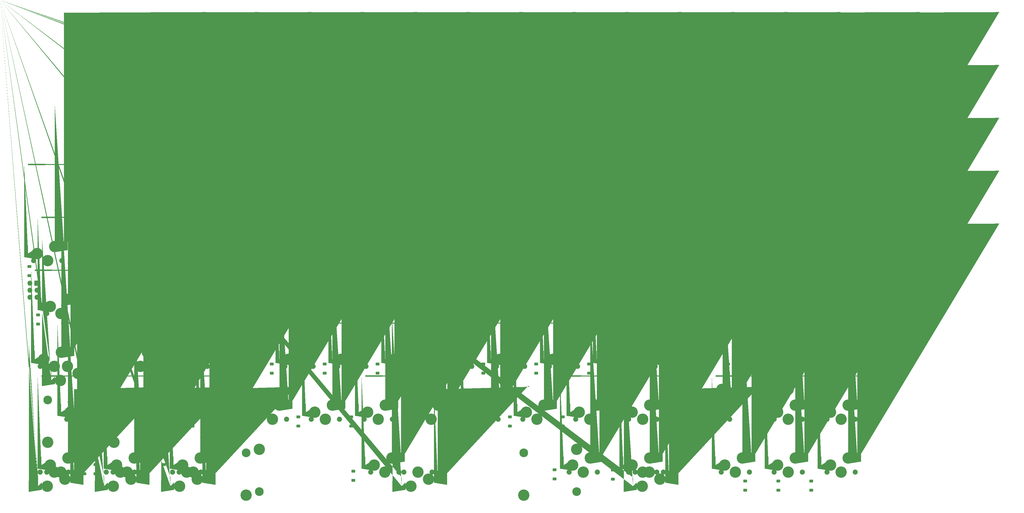
<source format=gbs>
G04 #@! TF.GenerationSoftware,KiCad,Pcbnew,(6.0.1)*
G04 #@! TF.CreationDate,2022-02-17T22:32:39-08:00*
G04 #@! TF.ProjectId,bakeneko-65-pcb,62616b65-6e65-46b6-9f2d-36352d706362,rev?*
G04 #@! TF.SameCoordinates,Original*
G04 #@! TF.FileFunction,Soldermask,Bot*
G04 #@! TF.FilePolarity,Negative*
%FSLAX46Y46*%
G04 Gerber Fmt 4.6, Leading zero omitted, Abs format (unit mm)*
G04 Created by KiCad (PCBNEW (6.0.1)) date 2022-02-17 22:32:39*
%MOMM*%
%LPD*%
G01*
G04 APERTURE LIST*
G04 Aperture macros list*
%AMRoundRect*
0 Rectangle with rounded corners*
0 $1 Rounding radius*
0 $2 $3 $4 $5 $6 $7 $8 $9 X,Y pos of 4 corners*
0 Add a 4 corners polygon primitive as box body*
4,1,4,$2,$3,$4,$5,$6,$7,$8,$9,$2,$3,0*
0 Add four circle primitives for the rounded corners*
1,1,$1+$1,$2,$3*
1,1,$1+$1,$4,$5*
1,1,$1+$1,$6,$7*
1,1,$1+$1,$8,$9*
0 Add four rect primitives between the rounded corners*
20,1,$1+$1,$2,$3,$4,$5,0*
20,1,$1+$1,$4,$5,$6,$7,0*
20,1,$1+$1,$6,$7,$8,$9,0*
20,1,$1+$1,$8,$9,$2,$3,0*%
%AMFreePoly0*
4,1,59,3.278779,2.028406,3.282808,2.027442,3.282605,2.026594,3.294134,2.026594,3.304789,2.022180,3.316000,2.019497,3.325327,2.012730,3.325660,2.013535,3.329487,2.011950,3.337641,2.003796,3.346976,1.997024,3.349143,1.993493,3.348401,1.993038,3.356548,1.984891,3.360961,1.974239,3.366993,1.964410,3.368805,1.953025,3.369610,1.953359,3.371195,1.949532,3.375000,1.930400,
3.375000,-1.930400,3.371195,-1.949532,3.369610,-1.953359,3.368805,-1.953025,3.366993,-1.964410,3.360961,-1.974239,3.356548,-1.984891,3.348401,-1.993038,3.349143,-1.993493,3.346976,-1.997024,3.337641,-2.003796,3.329487,-2.011950,3.325660,-2.013535,3.325327,-2.012730,3.316000,-2.019497,3.304789,-2.022180,3.294134,-2.026594,3.282605,-2.026594,3.282808,-2.027442,3.278779,-2.028406,
3.259288,-2.029158,-1.211112,-1.317958,-1.229410,-1.311193,-1.239239,-1.305161,-1.249891,-1.300748,-1.250639,-1.300000,-1.275000,-1.300000,-1.310355,-1.285355,-1.325000,-1.250000,-1.325000,1.250000,-1.310355,1.285355,-1.275000,1.300000,-1.250639,1.300000,-1.249891,1.300748,-1.239239,1.305161,-1.229410,1.311193,-1.211112,1.317958,3.259288,2.029158,3.278779,2.028406,3.278779,2.028406,
$1*%
%AMFreePoly1*
4,1,59,1.234912,1.317958,1.253212,1.311192,1.263038,1.305161,1.273689,1.300749,1.274438,1.300000,1.275000,1.300000,1.310355,1.285355,1.325000,1.250000,1.325000,-1.250000,1.310355,-1.285355,1.275000,-1.300000,1.274438,-1.300000,1.273689,-1.300749,1.263038,-1.305161,1.253212,-1.311192,1.234912,-1.317958,-3.235488,-2.029158,-3.254979,-2.028406,-3.259008,-2.027442,-3.258805,-2.026594,
-3.270334,-2.026594,-3.280989,-2.022180,-3.292200,-2.019497,-3.301527,-2.012730,-3.301860,-2.013535,-3.305687,-2.011950,-3.313841,-2.003796,-3.323176,-1.997024,-3.325343,-1.993493,-3.324601,-1.993038,-3.332748,-1.984891,-3.337161,-1.974239,-3.343193,-1.964410,-3.345005,-1.953025,-3.345810,-1.953359,-3.347395,-1.949532,-3.351200,-1.930400,-3.351200,1.930400,-3.347395,1.949532,-3.345810,1.953359,
-3.345005,1.953025,-3.343193,1.964410,-3.337161,1.974239,-3.332748,1.984891,-3.324601,1.993038,-3.325343,1.993493,-3.323176,1.997024,-3.313841,2.003796,-3.305687,2.011950,-3.301860,2.013535,-3.301527,2.012730,-3.292200,2.019497,-3.280989,2.022180,-3.270334,2.026594,-3.258805,2.026594,-3.259008,2.027442,-3.254979,2.028406,-3.235488,2.029158,1.234912,1.317958,1.234912,1.317958,
$1*%
G04 Aperture macros list end*
%ADD10RoundRect,0.300000X-0.375000X-0.625000X0.375000X-0.625000X0.375000X0.625000X-0.375000X0.625000X0*%
%ADD11RoundRect,0.200000X-0.625000X0.150000X-0.625000X-0.150000X0.625000X-0.150000X0.625000X0.150000X0*%
%ADD12RoundRect,0.300000X-0.650000X0.350000X-0.650000X-0.350000X0.650000X-0.350000X0.650000X0.350000X0*%
%ADD13O,1.800000X1.800000*%
%ADD14RoundRect,0.050000X0.850000X0.850000X-0.850000X0.850000X-0.850000X-0.850000X0.850000X-0.850000X0*%
%ADD15RoundRect,0.293750X-0.243750X-0.456250X0.243750X-0.456250X0.243750X0.456250X-0.243750X0.456250X0*%
%ADD16RoundRect,0.050000X-0.850000X-0.500000X0.850000X-0.500000X0.850000X0.500000X-0.850000X0.500000X0*%
%ADD17RoundRect,0.293750X0.243750X0.456250X-0.243750X0.456250X-0.243750X-0.456250X0.243750X-0.456250X0*%
%ADD18RoundRect,0.293750X0.456250X-0.243750X0.456250X0.243750X-0.456250X0.243750X-0.456250X-0.243750X0*%
%ADD19RoundRect,0.112500X-0.062500X0.475000X-0.062500X-0.475000X0.062500X-0.475000X0.062500X0.475000X0*%
%ADD20RoundRect,0.112500X-0.475000X0.062500X-0.475000X-0.062500X0.475000X-0.062500X0.475000X0.062500X0*%
%ADD21RoundRect,0.050000X-2.600000X2.600000X-2.600000X-2.600000X2.600000X-2.600000X2.600000X2.600000X0*%
%ADD22RoundRect,0.050000X0.700000X0.600000X-0.700000X0.600000X-0.700000X-0.600000X0.700000X-0.600000X0*%
%ADD23RoundRect,0.293750X-0.456250X0.243750X-0.456250X-0.243750X0.456250X-0.243750X0.456250X0.243750X0*%
%ADD24RoundRect,0.050000X0.600000X-0.450000X0.600000X0.450000X-0.600000X0.450000X-0.600000X-0.450000X0*%
%ADD25C,1.850000*%
%ADD26C,4.087800*%
%ADD27C,4.100000*%
%ADD28FreePoly0,0.000000*%
%ADD29FreePoly1,0.000000*%
%ADD30FreePoly0,180.000000*%
%ADD31FreePoly1,180.000000*%
%ADD32C,3.148000*%
%ADD33RoundRect,0.050000X0.325000X-0.530000X0.325000X0.530000X-0.325000X0.530000X-0.325000X-0.530000X0*%
G04 APERTURE END LIST*
D10*
X23310000Y-17120000D03*
X26110000Y-17120000D03*
D11*
X64050000Y-16003750D03*
X64050000Y-17003750D03*
X64050000Y-18003750D03*
X64050000Y-19003750D03*
D12*
X67925000Y-20303750D03*
X67925000Y-14703750D03*
D13*
X2535000Y-22155000D03*
X5075000Y-22155000D03*
X2535000Y-19615000D03*
X5075000Y-19615000D03*
X2535000Y-17075000D03*
D14*
X5075000Y-17075000D03*
D15*
X31402500Y-18753750D03*
X33277500Y-18753750D03*
X31402500Y-16253750D03*
X33277500Y-16253750D03*
D16*
X58393750Y-37385000D03*
X52093750Y-37385000D03*
X58393750Y-33585000D03*
X52093750Y-33585000D03*
D17*
X41897500Y-34870000D03*
X40022500Y-34870000D03*
X24061250Y-28750000D03*
X22186250Y-28750000D03*
D18*
X31700000Y-44937500D03*
X31700000Y-43062500D03*
D19*
X26053750Y-34421250D03*
X26553750Y-34421250D03*
X27053750Y-34421250D03*
X27553750Y-34421250D03*
X28053750Y-34421250D03*
X28553750Y-34421250D03*
X29053750Y-34421250D03*
X29553750Y-34421250D03*
X30053750Y-34421250D03*
X30553750Y-34421250D03*
X31053750Y-34421250D03*
D20*
X31891250Y-35258750D03*
X31891250Y-35758750D03*
X31891250Y-36258750D03*
X31891250Y-36758750D03*
X31891250Y-37258750D03*
X31891250Y-37758750D03*
X31891250Y-38258750D03*
X31891250Y-38758750D03*
X31891250Y-39258750D03*
X31891250Y-39758750D03*
X31891250Y-40258750D03*
D19*
X31053750Y-41096250D03*
X30553750Y-41096250D03*
X30053750Y-41096250D03*
X29553750Y-41096250D03*
X29053750Y-41096250D03*
X28553750Y-41096250D03*
X28053750Y-41096250D03*
X27553750Y-41096250D03*
X27053750Y-41096250D03*
X26553750Y-41096250D03*
X26053750Y-41096250D03*
D20*
X25216250Y-40258750D03*
X25216250Y-39758750D03*
X25216250Y-39258750D03*
X25216250Y-38758750D03*
X25216250Y-38258750D03*
X25216250Y-37758750D03*
X25216250Y-37258750D03*
X25216250Y-36758750D03*
X25216250Y-36258750D03*
X25216250Y-35758750D03*
X25216250Y-35258750D03*
D21*
X28553750Y-37758750D03*
D22*
X42060000Y-38520000D03*
X39860000Y-38520000D03*
X39860000Y-36820000D03*
X42060000Y-36820000D03*
D23*
X35150000Y-33312500D03*
X35150000Y-35187500D03*
X49710000Y-33582500D03*
X49710000Y-35457500D03*
D24*
X2381250Y-14350000D03*
X2381250Y-11050000D03*
X17462500Y-11450000D03*
X17462500Y-8150000D03*
X36512500Y-11443750D03*
X36512500Y-8143750D03*
X55562500Y-11443750D03*
X55562500Y-8143750D03*
X74612500Y-11443750D03*
X74612500Y-8143750D03*
X93662500Y-11443750D03*
X93662500Y-8143750D03*
X112712500Y-11443750D03*
X112712500Y-8143750D03*
X132031250Y-11443750D03*
X132031250Y-8143750D03*
X151081250Y-11443750D03*
X151081250Y-8143750D03*
X170131250Y-11443750D03*
X170131250Y-8143750D03*
X189181250Y-11443750D03*
X189181250Y-8143750D03*
X208231250Y-11443750D03*
X208231250Y-8143750D03*
X247125000Y-11443750D03*
X247125000Y-8143750D03*
X284797500Y-17525000D03*
X284797500Y-14225000D03*
X287972500Y-17048750D03*
X287972500Y-13748750D03*
X5556250Y-31812500D03*
X5556250Y-28512500D03*
X67750000Y-31900000D03*
X67750000Y-28600000D03*
X64562500Y-30493750D03*
X64562500Y-27193750D03*
X83612500Y-30493750D03*
X83612500Y-27193750D03*
X86750000Y-31650000D03*
X86750000Y-28350000D03*
X103981250Y-30493750D03*
X103981250Y-27193750D03*
X123031250Y-30493750D03*
X123031250Y-27193750D03*
X142081250Y-30493750D03*
X142081250Y-27193750D03*
X161131250Y-30493750D03*
X161131250Y-27193750D03*
X180181250Y-30493750D03*
X180181250Y-27193750D03*
X199231250Y-30493750D03*
X199231250Y-27193750D03*
X218281250Y-30493750D03*
X218281250Y-27193750D03*
X237331250Y-30493750D03*
X237331250Y-27193750D03*
X261143750Y-30493750D03*
X261143750Y-27193750D03*
X284956250Y-30493750D03*
X284956250Y-27193750D03*
X26193750Y-52450000D03*
X26193750Y-49150000D03*
X50275000Y-49543750D03*
X50275000Y-46243750D03*
X53450000Y-50900000D03*
X53450000Y-47600000D03*
X70643750Y-49543750D03*
X70643750Y-46243750D03*
X108743750Y-49543750D03*
X108743750Y-46243750D03*
X127793750Y-49543750D03*
X127793750Y-46243750D03*
X146843750Y-49543750D03*
X146843750Y-46243750D03*
X165893750Y-49543750D03*
X165893750Y-46243750D03*
X184943750Y-49543750D03*
X184943750Y-46243750D03*
X203993750Y-49543750D03*
X203993750Y-46243750D03*
X223043750Y-49543750D03*
X223043750Y-46243750D03*
X254000000Y-49543750D03*
X254000000Y-46243750D03*
X284956250Y-49543750D03*
X284956250Y-46243750D03*
X28843750Y-68593750D03*
X28843750Y-65293750D03*
X42068750Y-68593750D03*
X42068750Y-65293750D03*
X61118750Y-68593750D03*
X61118750Y-65293750D03*
X80168750Y-68593750D03*
X80168750Y-65293750D03*
X99218750Y-68593750D03*
X99218750Y-65293750D03*
X118268750Y-68593750D03*
X118268750Y-65293750D03*
X137318750Y-68593750D03*
X137318750Y-65293750D03*
X156368750Y-68593750D03*
X156368750Y-65293750D03*
X175418750Y-68593750D03*
X175418750Y-65293750D03*
X194468750Y-68593750D03*
X194468750Y-65293750D03*
X213518750Y-68593750D03*
X213518750Y-65293750D03*
X239712500Y-68593750D03*
X239712500Y-65293750D03*
X265906250Y-68593750D03*
X265906250Y-65293750D03*
X284956250Y-68593750D03*
X284956250Y-65293750D03*
X22225000Y-85787500D03*
X22225000Y-82487500D03*
X26193750Y-85787500D03*
X26193750Y-82487500D03*
X50800000Y-85787500D03*
X50800000Y-82487500D03*
X119062500Y-88168750D03*
X119062500Y-84868750D03*
X212566250Y-87692500D03*
X212566250Y-84392500D03*
X260191250Y-91661250D03*
X260191250Y-88361250D03*
X272097500Y-91661250D03*
X272097500Y-88361250D03*
X284003750Y-91661250D03*
X284003750Y-88361250D03*
D25*
X14080000Y-9000000D03*
X3920000Y-9000000D03*
D26*
X9000000Y-9000000D03*
D27*
X5190000Y-6460000D03*
D28*
X1915000Y-6460000D03*
D27*
X11540000Y-3920000D03*
D29*
X14841000Y-3920000D03*
D25*
X33130000Y-9000000D03*
D26*
X28050000Y-9000000D03*
D25*
X22970000Y-9000000D03*
D27*
X24240000Y-6460000D03*
D28*
X20965000Y-6460000D03*
D29*
X33891000Y-3920000D03*
D27*
X30590000Y-3920000D03*
D25*
X52180000Y-9000000D03*
D26*
X47100000Y-9000000D03*
D25*
X42020000Y-9000000D03*
D27*
X43290000Y-6460000D03*
D28*
X40015000Y-6460000D03*
D27*
X49640000Y-3920000D03*
D29*
X52941000Y-3920000D03*
D25*
X71230000Y-9000000D03*
X61070000Y-9000000D03*
D26*
X66150000Y-9000000D03*
D27*
X62340000Y-6460000D03*
D28*
X59065000Y-6460000D03*
D27*
X68690000Y-3920000D03*
D29*
X71991000Y-3920000D03*
D25*
X80120000Y-9000000D03*
D26*
X85200000Y-9000000D03*
D25*
X90280000Y-9000000D03*
D28*
X78115000Y-6460000D03*
D27*
X81390000Y-6460000D03*
D29*
X91041000Y-3920000D03*
D27*
X87740000Y-3920000D03*
D25*
X109330000Y-9000000D03*
D26*
X104250000Y-9000000D03*
D25*
X99170000Y-9000000D03*
D28*
X97165000Y-6460000D03*
D27*
X100440000Y-6460000D03*
X106790000Y-3920000D03*
D29*
X110091000Y-3920000D03*
D25*
X118220000Y-9000000D03*
X128380000Y-9000000D03*
D26*
X123300000Y-9000000D03*
D27*
X119490000Y-6460000D03*
D28*
X116215000Y-6460000D03*
D27*
X125840000Y-3920000D03*
D29*
X129141000Y-3920000D03*
D26*
X161400000Y-9000000D03*
D25*
X166480000Y-9000000D03*
X156320000Y-9000000D03*
D28*
X154315000Y-6460000D03*
D27*
X157590000Y-6460000D03*
D29*
X167241000Y-3920000D03*
D27*
X163940000Y-3920000D03*
D25*
X185530000Y-9000000D03*
D26*
X180450000Y-9000000D03*
D25*
X175370000Y-9000000D03*
D27*
X176640000Y-6460000D03*
D28*
X173365000Y-6460000D03*
D27*
X182990000Y-3920000D03*
D29*
X186291000Y-3920000D03*
D25*
X194420000Y-9000000D03*
D26*
X199500000Y-9000000D03*
D25*
X204580000Y-9000000D03*
D28*
X192415000Y-6460000D03*
D27*
X195690000Y-6460000D03*
X202040000Y-3920000D03*
D29*
X205341000Y-3920000D03*
D25*
X223630000Y-9000000D03*
D26*
X218550000Y-9000000D03*
D25*
X213470000Y-9000000D03*
D28*
X211465000Y-6460000D03*
D27*
X214740000Y-6460000D03*
D29*
X224391000Y-3920000D03*
D27*
X221090000Y-3920000D03*
D25*
X242680000Y-9000000D03*
X232520000Y-9000000D03*
D26*
X237600000Y-9000000D03*
D28*
X230515000Y-6460000D03*
D27*
X233790000Y-6460000D03*
X240140000Y-3920000D03*
D29*
X243441000Y-3920000D03*
D26*
X256650000Y-9000000D03*
D25*
X251570000Y-9000000D03*
X261730000Y-9000000D03*
D27*
X260460000Y-11540000D03*
D30*
X263735000Y-11540000D03*
D31*
X250809000Y-14080000D03*
D27*
X254110000Y-14080000D03*
D25*
X271255000Y-9000000D03*
D32*
X254237000Y-2015000D03*
D25*
X261095000Y-9000000D03*
D26*
X266175000Y-9000000D03*
X254237000Y-17255000D03*
X278113000Y-17255000D03*
D32*
X278113000Y-2015000D03*
D27*
X262365000Y-6460000D03*
D28*
X259090000Y-6460000D03*
D27*
X268715000Y-3920000D03*
D29*
X272016000Y-3920000D03*
D25*
X8682500Y-28050000D03*
D26*
X13762500Y-28050000D03*
D25*
X18842500Y-28050000D03*
D27*
X9952500Y-25510000D03*
D28*
X6677500Y-25510000D03*
D29*
X19603500Y-22970000D03*
D27*
X16302500Y-22970000D03*
D26*
X37575000Y-28050000D03*
D25*
X42655000Y-28050000D03*
X32495000Y-28050000D03*
D27*
X33765000Y-25510000D03*
D28*
X30490000Y-25510000D03*
D27*
X40115000Y-22970000D03*
D29*
X43416000Y-22970000D03*
D26*
X56625000Y-28050000D03*
D25*
X51545000Y-28050000D03*
X61705000Y-28050000D03*
D28*
X49540000Y-25510000D03*
D27*
X52815000Y-25510000D03*
D29*
X62466000Y-22970000D03*
D27*
X59165000Y-22970000D03*
D26*
X75675000Y-28050000D03*
D25*
X70595000Y-28050000D03*
X80755000Y-28050000D03*
D28*
X68590000Y-25510000D03*
D27*
X71865000Y-25510000D03*
X78215000Y-22970000D03*
D29*
X81516000Y-22970000D03*
D26*
X94725000Y-28050000D03*
D25*
X99805000Y-28050000D03*
X89645000Y-28050000D03*
D27*
X90915000Y-25510000D03*
D28*
X87640000Y-25510000D03*
D29*
X100566000Y-22970000D03*
D27*
X97265000Y-22970000D03*
D25*
X118855000Y-28050000D03*
D26*
X113775000Y-28050000D03*
D25*
X108695000Y-28050000D03*
D27*
X109965000Y-25510000D03*
D28*
X106690000Y-25510000D03*
D29*
X119616000Y-22970000D03*
D27*
X116315000Y-22970000D03*
D26*
X132825000Y-28050000D03*
D25*
X127745000Y-28050000D03*
X137905000Y-28050000D03*
D27*
X129015000Y-25510000D03*
D28*
X125740000Y-25510000D03*
D27*
X135365000Y-22970000D03*
D29*
X138666000Y-22970000D03*
D26*
X151875000Y-28050000D03*
D25*
X146795000Y-28050000D03*
X156955000Y-28050000D03*
D28*
X144790000Y-25510000D03*
D27*
X148065000Y-25510000D03*
X154415000Y-22970000D03*
D29*
X157716000Y-22970000D03*
D25*
X176005000Y-28050000D03*
X165845000Y-28050000D03*
D26*
X170925000Y-28050000D03*
D27*
X167115000Y-25510000D03*
D28*
X163840000Y-25510000D03*
D29*
X176766000Y-22970000D03*
D27*
X173465000Y-22970000D03*
D25*
X184895000Y-28050000D03*
D26*
X189975000Y-28050000D03*
D25*
X195055000Y-28050000D03*
D28*
X182890000Y-25510000D03*
D27*
X186165000Y-25510000D03*
X192515000Y-22970000D03*
D29*
X195816000Y-22970000D03*
D26*
X209025000Y-28050000D03*
D25*
X203945000Y-28050000D03*
X214105000Y-28050000D03*
D28*
X201940000Y-25510000D03*
D27*
X205215000Y-25510000D03*
D29*
X214866000Y-22970000D03*
D27*
X211565000Y-22970000D03*
D26*
X228075000Y-28050000D03*
D25*
X233155000Y-28050000D03*
X222995000Y-28050000D03*
D28*
X220990000Y-25510000D03*
D27*
X224265000Y-25510000D03*
D29*
X233916000Y-22970000D03*
D27*
X230615000Y-22970000D03*
D25*
X242045000Y-28050000D03*
X252205000Y-28050000D03*
D26*
X247125000Y-28050000D03*
D27*
X243315000Y-25510000D03*
D28*
X240040000Y-25510000D03*
D27*
X249665000Y-22970000D03*
D29*
X252966000Y-22970000D03*
D26*
X270937500Y-28050000D03*
D25*
X265857500Y-28050000D03*
X276017500Y-28050000D03*
D27*
X267127500Y-25510000D03*
D28*
X263852500Y-25510000D03*
D29*
X276778500Y-22970000D03*
D27*
X273477500Y-22970000D03*
D25*
X289670000Y-28050000D03*
D26*
X294750000Y-28050000D03*
D25*
X299830000Y-28050000D03*
D28*
X287665000Y-25510000D03*
D27*
X290940000Y-25510000D03*
D29*
X300591000Y-22970000D03*
D27*
X297290000Y-22970000D03*
D26*
X11381250Y-47100000D03*
D25*
X16461250Y-47100000D03*
X6301250Y-47100000D03*
D28*
X4296250Y-44560000D03*
D27*
X7571250Y-44560000D03*
D29*
X17222250Y-42020000D03*
D27*
X13921250Y-42020000D03*
D26*
X16143750Y-47100000D03*
D25*
X11063750Y-47100000D03*
X21223750Y-47100000D03*
D27*
X19953750Y-49640000D03*
D30*
X23228750Y-49640000D03*
D27*
X13603750Y-52180000D03*
D31*
X10302750Y-52180000D03*
D26*
X42337500Y-47100000D03*
D25*
X47417500Y-47100000D03*
X37257500Y-47100000D03*
D28*
X35252500Y-44560000D03*
D27*
X38527500Y-44560000D03*
D29*
X48178500Y-42020000D03*
D27*
X44877500Y-42020000D03*
D25*
X66467500Y-47100000D03*
D26*
X61387500Y-47100000D03*
D25*
X56307500Y-47100000D03*
D27*
X57577500Y-44560000D03*
D28*
X54302500Y-44560000D03*
D29*
X67228500Y-42020000D03*
D27*
X63927500Y-42020000D03*
D25*
X75357500Y-47100000D03*
D26*
X80437500Y-47100000D03*
D25*
X85517500Y-47100000D03*
D28*
X73352500Y-44560000D03*
D27*
X76627500Y-44560000D03*
X82977500Y-42020000D03*
D29*
X86278500Y-42020000D03*
D26*
X99487500Y-47100000D03*
D25*
X104567500Y-47100000D03*
X94407500Y-47100000D03*
D27*
X95677500Y-44560000D03*
D28*
X92402500Y-44560000D03*
D29*
X105328500Y-42020000D03*
D27*
X102027500Y-42020000D03*
D25*
X123617500Y-47100000D03*
D26*
X118537500Y-47100000D03*
D25*
X113457500Y-47100000D03*
D27*
X114727500Y-44560000D03*
D28*
X111452500Y-44560000D03*
D27*
X121077500Y-42020000D03*
D29*
X124378500Y-42020000D03*
D26*
X137587500Y-47100000D03*
D25*
X132507500Y-47100000D03*
X142667500Y-47100000D03*
D28*
X130502500Y-44560000D03*
D27*
X133777500Y-44560000D03*
D29*
X143428500Y-42020000D03*
D27*
X140127500Y-42020000D03*
D25*
X151557500Y-47100000D03*
X161717500Y-47100000D03*
D26*
X156637500Y-47100000D03*
D27*
X152827500Y-44560000D03*
D28*
X149552500Y-44560000D03*
D29*
X162478500Y-42020000D03*
D27*
X159177500Y-42020000D03*
D25*
X180767500Y-47100000D03*
D26*
X175687500Y-47100000D03*
D25*
X170607500Y-47100000D03*
D27*
X171877500Y-44560000D03*
D28*
X168602500Y-44560000D03*
D29*
X181528500Y-42020000D03*
D27*
X178227500Y-42020000D03*
D25*
X189657500Y-47100000D03*
X199817500Y-47100000D03*
D26*
X194737500Y-47100000D03*
D28*
X187652500Y-44560000D03*
D27*
X190927500Y-44560000D03*
X197277500Y-42020000D03*
D29*
X200578500Y-42020000D03*
D25*
X218867500Y-47100000D03*
X208707500Y-47100000D03*
D26*
X213787500Y-47100000D03*
D27*
X209977500Y-44560000D03*
D28*
X206702500Y-44560000D03*
D29*
X219628500Y-42020000D03*
D27*
X216327500Y-42020000D03*
D26*
X232837500Y-47100000D03*
D25*
X237917500Y-47100000D03*
X227757500Y-47100000D03*
D27*
X229027500Y-44560000D03*
D28*
X225752500Y-44560000D03*
D27*
X235377500Y-42020000D03*
D29*
X238678500Y-42020000D03*
D32*
X275731750Y-40115000D03*
D25*
X268873750Y-47100000D03*
D32*
X251855750Y-40115000D03*
D26*
X275731750Y-55355000D03*
X263793750Y-47100000D03*
D25*
X258713750Y-47100000D03*
D26*
X251855750Y-55355000D03*
D28*
X256708750Y-44560000D03*
D27*
X259983750Y-44560000D03*
D29*
X269634750Y-42020000D03*
D27*
X266333750Y-42020000D03*
D26*
X294750000Y-47100000D03*
D25*
X289670000Y-47100000D03*
X299830000Y-47100000D03*
D27*
X290940000Y-44560000D03*
D28*
X287665000Y-44560000D03*
D29*
X300591000Y-42020000D03*
D27*
X297290000Y-42020000D03*
D32*
X32844250Y-59165000D03*
D26*
X20906250Y-66150000D03*
X32844250Y-74405000D03*
X8968250Y-74405000D03*
D25*
X15826250Y-66150000D03*
D32*
X8968250Y-59165000D03*
D25*
X25986250Y-66150000D03*
D28*
X13821250Y-63610000D03*
D27*
X17096250Y-63610000D03*
D29*
X26747250Y-61070000D03*
D27*
X23446250Y-61070000D03*
D26*
X51862500Y-66150000D03*
D25*
X46782500Y-66150000D03*
X56942500Y-66150000D03*
D28*
X44777500Y-63610000D03*
D27*
X48052500Y-63610000D03*
X54402500Y-61070000D03*
D29*
X57703500Y-61070000D03*
D25*
X75992500Y-66150000D03*
D26*
X70912500Y-66150000D03*
D25*
X65832500Y-66150000D03*
D27*
X67102500Y-63610000D03*
D28*
X63827500Y-63610000D03*
D29*
X76753500Y-61070000D03*
D27*
X73452500Y-61070000D03*
D25*
X95042500Y-66150000D03*
D26*
X89962500Y-66150000D03*
D25*
X84882500Y-66150000D03*
D27*
X86152500Y-63610000D03*
D28*
X82877500Y-63610000D03*
D29*
X95803500Y-61070000D03*
D27*
X92502500Y-61070000D03*
D25*
X103932500Y-66150000D03*
X114092500Y-66150000D03*
D26*
X109012500Y-66150000D03*
D28*
X101927500Y-63610000D03*
D27*
X105202500Y-63610000D03*
X111552500Y-61070000D03*
D29*
X114853500Y-61070000D03*
D26*
X128062500Y-66150000D03*
D25*
X122982500Y-66150000D03*
X133142500Y-66150000D03*
D28*
X120977500Y-63610000D03*
D27*
X124252500Y-63610000D03*
X130602500Y-61070000D03*
D29*
X133903500Y-61070000D03*
D25*
X152192500Y-66150000D03*
D26*
X147112500Y-66150000D03*
D25*
X142032500Y-66150000D03*
D27*
X143302500Y-63610000D03*
D28*
X140027500Y-63610000D03*
D27*
X149652500Y-61070000D03*
D29*
X152953500Y-61070000D03*
D25*
X171242500Y-66150000D03*
D26*
X166162500Y-66150000D03*
D25*
X161082500Y-66150000D03*
D27*
X162352500Y-63610000D03*
D28*
X159077500Y-63610000D03*
D27*
X168702500Y-61070000D03*
D29*
X172003500Y-61070000D03*
D26*
X185212500Y-66150000D03*
D25*
X180132500Y-66150000D03*
X190292500Y-66150000D03*
D27*
X181402500Y-63610000D03*
D28*
X178127500Y-63610000D03*
D29*
X191053500Y-61070000D03*
D27*
X187752500Y-61070000D03*
D25*
X199182500Y-66150000D03*
D26*
X204262500Y-66150000D03*
D25*
X209342500Y-66150000D03*
D27*
X200452500Y-63610000D03*
D28*
X197177500Y-63610000D03*
D29*
X210103500Y-61070000D03*
D27*
X206802500Y-61070000D03*
D25*
X218232500Y-66150000D03*
D26*
X223312500Y-66150000D03*
D25*
X228392500Y-66150000D03*
D28*
X216227500Y-63610000D03*
D27*
X219502500Y-63610000D03*
X225852500Y-61070000D03*
D29*
X229153500Y-61070000D03*
D25*
X254586250Y-66150000D03*
X244426250Y-66150000D03*
D26*
X249506250Y-66150000D03*
D28*
X242421250Y-63610000D03*
D27*
X245696250Y-63610000D03*
X252046250Y-61070000D03*
D29*
X255347250Y-61070000D03*
D26*
X275700000Y-66150000D03*
D25*
X280780000Y-66150000D03*
X270620000Y-66150000D03*
D27*
X271890000Y-63610000D03*
D28*
X268615000Y-63610000D03*
D29*
X281541000Y-61070000D03*
D27*
X278240000Y-61070000D03*
D25*
X289670000Y-66150000D03*
X299830000Y-66150000D03*
D26*
X294750000Y-66150000D03*
D27*
X290940000Y-63610000D03*
D28*
X287665000Y-63610000D03*
D27*
X297290000Y-61070000D03*
D29*
X300591000Y-61070000D03*
D25*
X18842500Y-85200000D03*
X8682500Y-85200000D03*
D26*
X13762500Y-85200000D03*
D28*
X6677500Y-82660000D03*
D27*
X9952500Y-82660000D03*
D29*
X19603500Y-80120000D03*
D27*
X16302500Y-80120000D03*
D25*
X32495000Y-85200000D03*
D26*
X37575000Y-85200000D03*
D25*
X42655000Y-85200000D03*
D28*
X30490000Y-82660000D03*
D27*
X33765000Y-82660000D03*
X40115000Y-80120000D03*
D29*
X43416000Y-80120000D03*
D25*
X66467500Y-85200000D03*
D26*
X61387500Y-85200000D03*
D25*
X56307500Y-85200000D03*
D27*
X57577500Y-82660000D03*
D28*
X54302500Y-82660000D03*
D27*
X63927500Y-80120000D03*
D29*
X67228500Y-80120000D03*
D25*
X196801250Y-85200000D03*
X206961250Y-85200000D03*
D26*
X201881250Y-85200000D03*
D27*
X198071250Y-82660000D03*
D28*
X194796250Y-82660000D03*
D29*
X207722250Y-80120000D03*
D27*
X204421250Y-80120000D03*
D25*
X218232500Y-85200000D03*
X228392500Y-85200000D03*
D26*
X223312500Y-85200000D03*
D28*
X216227500Y-82660000D03*
D27*
X219502500Y-82660000D03*
D29*
X229153500Y-80120000D03*
D27*
X225852500Y-80120000D03*
D26*
X256650000Y-85200000D03*
D25*
X261730000Y-85200000D03*
X251570000Y-85200000D03*
D28*
X249565000Y-82660000D03*
D27*
X252840000Y-82660000D03*
D29*
X262491000Y-80120000D03*
D27*
X259190000Y-80120000D03*
D25*
X280780000Y-85200000D03*
D26*
X275700000Y-85200000D03*
D25*
X270620000Y-85200000D03*
D28*
X268615000Y-82660000D03*
D27*
X271890000Y-82660000D03*
X278240000Y-80120000D03*
D29*
X281541000Y-80120000D03*
D25*
X299830000Y-85200000D03*
D26*
X294750000Y-85200000D03*
D25*
X289670000Y-85200000D03*
D28*
X287665000Y-82660000D03*
D27*
X290940000Y-82660000D03*
X297290000Y-80120000D03*
D29*
X300591000Y-80120000D03*
D25*
X220613750Y-85200000D03*
X230773750Y-85200000D03*
D26*
X225693750Y-85200000D03*
D30*
X232778750Y-87740000D03*
D27*
X229503750Y-87740000D03*
X223153750Y-90280000D03*
D31*
X219852750Y-90280000D03*
D25*
X137270000Y-85200000D03*
D32*
X199500000Y-92185000D03*
D26*
X142350000Y-85200000D03*
X85200000Y-76945000D03*
D32*
X85200000Y-92185000D03*
D26*
X199500000Y-76945000D03*
D25*
X147430000Y-85200000D03*
D27*
X146160000Y-87740000D03*
D30*
X149435000Y-87740000D03*
D27*
X139810000Y-90280000D03*
D31*
X136509000Y-90280000D03*
D26*
X142350000Y-9000000D03*
D25*
X137270000Y-9000000D03*
X147430000Y-9000000D03*
D27*
X138540000Y-6460000D03*
D28*
X135265000Y-6460000D03*
D27*
X144890000Y-3920000D03*
D29*
X148191000Y-3920000D03*
D24*
X227281250Y-11443750D03*
X227281250Y-8143750D03*
D23*
X28500000Y-28662500D03*
X28500000Y-30537500D03*
D17*
X41897500Y-40470000D03*
X40022500Y-40470000D03*
D18*
X24850000Y-44287500D03*
X24850000Y-42412500D03*
D24*
X89693750Y-49543750D03*
X89693750Y-46243750D03*
X191562500Y-87643750D03*
X191562500Y-84343750D03*
D15*
X21112500Y-40550000D03*
X22987500Y-40550000D03*
D25*
X289670000Y-9000000D03*
D26*
X294750000Y-9000000D03*
D25*
X299830000Y-9000000D03*
D27*
X290940000Y-6460000D03*
D28*
X287665000Y-6460000D03*
D29*
X300591000Y-3920000D03*
D27*
X297290000Y-3920000D03*
D25*
X270620000Y-9000000D03*
D26*
X275700000Y-9000000D03*
D25*
X280780000Y-9000000D03*
D27*
X279510000Y-11540000D03*
D30*
X282785000Y-11540000D03*
D27*
X273160000Y-14080000D03*
D31*
X269859000Y-14080000D03*
D26*
X11381250Y-85200000D03*
D25*
X6301250Y-85200000D03*
X16461250Y-85200000D03*
D30*
X18466250Y-87740000D03*
D27*
X15191250Y-87740000D03*
X8841250Y-90280000D03*
D31*
X5540250Y-90280000D03*
D25*
X30113750Y-85200000D03*
D26*
X35193750Y-85200000D03*
D25*
X40273750Y-85200000D03*
D30*
X42278750Y-87740000D03*
D27*
X39003750Y-87740000D03*
D31*
X29352750Y-90280000D03*
D27*
X32653750Y-90280000D03*
D26*
X59006250Y-85200000D03*
D25*
X64086250Y-85200000D03*
X53926250Y-85200000D03*
D27*
X62816250Y-87740000D03*
D30*
X66091250Y-87740000D03*
D27*
X56466250Y-90280000D03*
D31*
X53165250Y-90280000D03*
D32*
X80443850Y-78215000D03*
D26*
X130443750Y-85200000D03*
X180443650Y-93455000D03*
X80443850Y-93455000D03*
D25*
X135523750Y-85200000D03*
X125363750Y-85200000D03*
D32*
X180443650Y-78215000D03*
D28*
X123358750Y-82660000D03*
D27*
X126633750Y-82660000D03*
D29*
X136284750Y-80120000D03*
D27*
X132983750Y-80120000D03*
D33*
X39173750Y-18603750D03*
X38223750Y-18603750D03*
X37273750Y-18603750D03*
X37273750Y-16403750D03*
X38223750Y-16403750D03*
X39173750Y-16403750D03*
M02*

</source>
